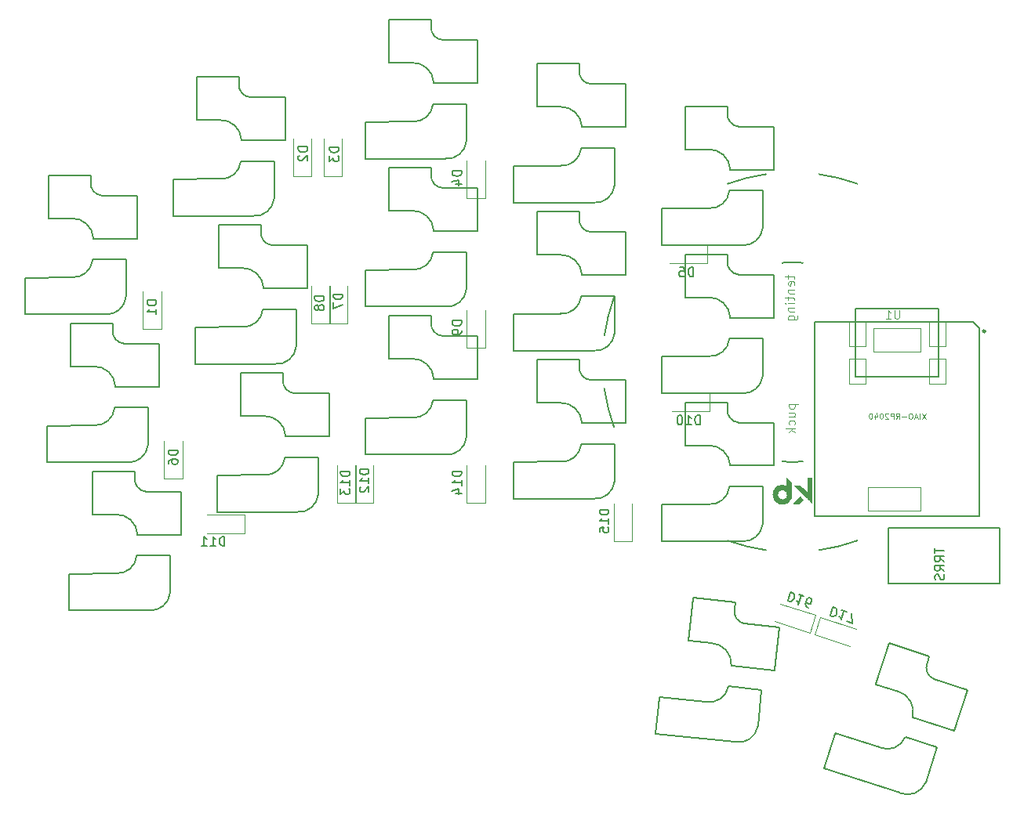
<source format=gbo>
%TF.GenerationSoftware,KiCad,Pcbnew,(6.0.7)*%
%TF.CreationDate,2022-09-23T16:11:02+09:00*%
%TF.ProjectId,selen-full_narrow,73656c65-6e2d-4667-956c-6c5f6e617272,rev?*%
%TF.SameCoordinates,Original*%
%TF.FileFunction,Legend,Bot*%
%TF.FilePolarity,Positive*%
%FSLAX46Y46*%
G04 Gerber Fmt 4.6, Leading zero omitted, Abs format (unit mm)*
G04 Created by KiCad (PCBNEW (6.0.7)) date 2022-09-23 16:11:02*
%MOMM*%
%LPD*%
G01*
G04 APERTURE LIST*
%ADD10C,0.150000*%
%ADD11C,0.100000*%
%ADD12C,0.101600*%
%ADD13C,0.076200*%
%ADD14C,0.120000*%
%ADD15C,0.200000*%
%ADD16C,0.010000*%
%ADD17C,0.127000*%
%ADD18C,0.066040*%
%ADD19C,0.254000*%
G04 APERTURE END LIST*
D10*
%TO.C,D9*%
X153900380Y-94711904D02*
X152900380Y-94711904D01*
X152900380Y-94950000D01*
X152948000Y-95092857D01*
X153043238Y-95188095D01*
X153138476Y-95235714D01*
X153328952Y-95283333D01*
X153471809Y-95283333D01*
X153662285Y-95235714D01*
X153757523Y-95188095D01*
X153852761Y-95092857D01*
X153900380Y-94950000D01*
X153900380Y-94711904D01*
X153900380Y-95759523D02*
X153900380Y-95950000D01*
X153852761Y-96045238D01*
X153805142Y-96092857D01*
X153662285Y-96188095D01*
X153471809Y-96235714D01*
X153090857Y-96235714D01*
X152995619Y-96188095D01*
X152948000Y-96140476D01*
X152900380Y-96045238D01*
X152900380Y-95854761D01*
X152948000Y-95759523D01*
X152995619Y-95711904D01*
X153090857Y-95664285D01*
X153328952Y-95664285D01*
X153424190Y-95711904D01*
X153471809Y-95759523D01*
X153519428Y-95854761D01*
X153519428Y-96045238D01*
X153471809Y-96140476D01*
X153424190Y-96188095D01*
X153328952Y-96235714D01*
%TO.C,D4*%
X153900380Y-78533904D02*
X152900380Y-78533904D01*
X152900380Y-78772000D01*
X152948000Y-78914857D01*
X153043238Y-79010095D01*
X153138476Y-79057714D01*
X153328952Y-79105333D01*
X153471809Y-79105333D01*
X153662285Y-79057714D01*
X153757523Y-79010095D01*
X153852761Y-78914857D01*
X153900380Y-78772000D01*
X153900380Y-78533904D01*
X153233714Y-79962476D02*
X153900380Y-79962476D01*
X152852761Y-79724380D02*
X153567047Y-79486285D01*
X153567047Y-80105333D01*
%TO.C,D12*%
X143902380Y-110785714D02*
X142902380Y-110785714D01*
X142902380Y-111023809D01*
X142950000Y-111166666D01*
X143045238Y-111261904D01*
X143140476Y-111309523D01*
X143330952Y-111357142D01*
X143473809Y-111357142D01*
X143664285Y-111309523D01*
X143759523Y-111261904D01*
X143854761Y-111166666D01*
X143902380Y-111023809D01*
X143902380Y-110785714D01*
X143902380Y-112309523D02*
X143902380Y-111738095D01*
X143902380Y-112023809D02*
X142902380Y-112023809D01*
X143045238Y-111928571D01*
X143140476Y-111833333D01*
X143188095Y-111738095D01*
X142997619Y-112690476D02*
X142950000Y-112738095D01*
X142902380Y-112833333D01*
X142902380Y-113071428D01*
X142950000Y-113166666D01*
X142997619Y-113214285D01*
X143092857Y-113261904D01*
X143188095Y-113261904D01*
X143330952Y-113214285D01*
X143902380Y-112642857D01*
X143902380Y-113261904D01*
%TO.C,D17*%
X194018860Y-125674378D02*
X193709843Y-126625434D01*
X193936285Y-126699010D01*
X194086865Y-126697867D01*
X194206872Y-126636720D01*
X194281591Y-126560858D01*
X194385739Y-126394420D01*
X194429885Y-126258555D01*
X194443457Y-126062686D01*
X194427598Y-125957394D01*
X194366452Y-125837387D01*
X194245302Y-125747953D01*
X194018860Y-125674378D01*
X195468089Y-126145261D02*
X194924628Y-125968680D01*
X195196358Y-126056970D02*
X194887341Y-127008027D01*
X194840910Y-126842731D01*
X194779763Y-126722724D01*
X194703901Y-126648006D01*
X195476090Y-127199323D02*
X196110128Y-127405334D01*
X196011549Y-126321842D01*
%TO.C,D15*%
X169802380Y-115135714D02*
X168802380Y-115135714D01*
X168802380Y-115373809D01*
X168850000Y-115516666D01*
X168945238Y-115611904D01*
X169040476Y-115659523D01*
X169230952Y-115707142D01*
X169373809Y-115707142D01*
X169564285Y-115659523D01*
X169659523Y-115611904D01*
X169754761Y-115516666D01*
X169802380Y-115373809D01*
X169802380Y-115135714D01*
X169802380Y-116659523D02*
X169802380Y-116088095D01*
X169802380Y-116373809D02*
X168802380Y-116373809D01*
X168945238Y-116278571D01*
X169040476Y-116183333D01*
X169088095Y-116088095D01*
X168802380Y-117564285D02*
X168802380Y-117088095D01*
X169278571Y-117040476D01*
X169230952Y-117088095D01*
X169183333Y-117183333D01*
X169183333Y-117421428D01*
X169230952Y-117516666D01*
X169278571Y-117564285D01*
X169373809Y-117611904D01*
X169611904Y-117611904D01*
X169707142Y-117564285D01*
X169754761Y-117516666D01*
X169802380Y-117421428D01*
X169802380Y-117183333D01*
X169754761Y-117088095D01*
X169707142Y-117040476D01*
%TO.C,D8*%
X139052380Y-92061904D02*
X138052380Y-92061904D01*
X138052380Y-92300000D01*
X138100000Y-92442857D01*
X138195238Y-92538095D01*
X138290476Y-92585714D01*
X138480952Y-92633333D01*
X138623809Y-92633333D01*
X138814285Y-92585714D01*
X138909523Y-92538095D01*
X139004761Y-92442857D01*
X139052380Y-92300000D01*
X139052380Y-92061904D01*
X138480952Y-93204761D02*
X138433333Y-93109523D01*
X138385714Y-93061904D01*
X138290476Y-93014285D01*
X138242857Y-93014285D01*
X138147619Y-93061904D01*
X138100000Y-93109523D01*
X138052380Y-93204761D01*
X138052380Y-93395238D01*
X138100000Y-93490476D01*
X138147619Y-93538095D01*
X138242857Y-93585714D01*
X138290476Y-93585714D01*
X138385714Y-93538095D01*
X138433333Y-93490476D01*
X138480952Y-93395238D01*
X138480952Y-93204761D01*
X138528571Y-93109523D01*
X138576190Y-93061904D01*
X138671428Y-93014285D01*
X138861904Y-93014285D01*
X138957142Y-93061904D01*
X139004761Y-93109523D01*
X139052380Y-93204761D01*
X139052380Y-93395238D01*
X139004761Y-93490476D01*
X138957142Y-93538095D01*
X138861904Y-93585714D01*
X138671428Y-93585714D01*
X138576190Y-93538095D01*
X138528571Y-93490476D01*
X138480952Y-93395238D01*
%TO.C,D11*%
X128314285Y-119052380D02*
X128314285Y-118052380D01*
X128076190Y-118052380D01*
X127933333Y-118100000D01*
X127838095Y-118195238D01*
X127790476Y-118290476D01*
X127742857Y-118480952D01*
X127742857Y-118623809D01*
X127790476Y-118814285D01*
X127838095Y-118909523D01*
X127933333Y-119004761D01*
X128076190Y-119052380D01*
X128314285Y-119052380D01*
X126790476Y-119052380D02*
X127361904Y-119052380D01*
X127076190Y-119052380D02*
X127076190Y-118052380D01*
X127171428Y-118195238D01*
X127266666Y-118290476D01*
X127361904Y-118338095D01*
X125838095Y-119052380D02*
X126409523Y-119052380D01*
X126123809Y-119052380D02*
X126123809Y-118052380D01*
X126219047Y-118195238D01*
X126314285Y-118290476D01*
X126409523Y-118338095D01*
%TO.C,D3*%
X140652380Y-75961904D02*
X139652380Y-75961904D01*
X139652380Y-76200000D01*
X139700000Y-76342857D01*
X139795238Y-76438095D01*
X139890476Y-76485714D01*
X140080952Y-76533333D01*
X140223809Y-76533333D01*
X140414285Y-76485714D01*
X140509523Y-76438095D01*
X140604761Y-76342857D01*
X140652380Y-76200000D01*
X140652380Y-75961904D01*
X139652380Y-76866666D02*
X139652380Y-77485714D01*
X140033333Y-77152380D01*
X140033333Y-77295238D01*
X140080952Y-77390476D01*
X140128571Y-77438095D01*
X140223809Y-77485714D01*
X140461904Y-77485714D01*
X140557142Y-77438095D01*
X140604761Y-77390476D01*
X140652380Y-77295238D01*
X140652380Y-77009523D01*
X140604761Y-76914285D01*
X140557142Y-76866666D01*
%TO.C,D5*%
X178938095Y-89952380D02*
X178938095Y-88952380D01*
X178700000Y-88952380D01*
X178557142Y-89000000D01*
X178461904Y-89095238D01*
X178414285Y-89190476D01*
X178366666Y-89380952D01*
X178366666Y-89523809D01*
X178414285Y-89714285D01*
X178461904Y-89809523D01*
X178557142Y-89904761D01*
X178700000Y-89952380D01*
X178938095Y-89952380D01*
X177461904Y-88952380D02*
X177938095Y-88952380D01*
X177985714Y-89428571D01*
X177938095Y-89380952D01*
X177842857Y-89333333D01*
X177604761Y-89333333D01*
X177509523Y-89380952D01*
X177461904Y-89428571D01*
X177414285Y-89523809D01*
X177414285Y-89761904D01*
X177461904Y-89857142D01*
X177509523Y-89904761D01*
X177604761Y-89952380D01*
X177842857Y-89952380D01*
X177938095Y-89904761D01*
X177985714Y-89857142D01*
%TO.C,D1*%
X120952380Y-92511904D02*
X119952380Y-92511904D01*
X119952380Y-92750000D01*
X120000000Y-92892857D01*
X120095238Y-92988095D01*
X120190476Y-93035714D01*
X120380952Y-93083333D01*
X120523809Y-93083333D01*
X120714285Y-93035714D01*
X120809523Y-92988095D01*
X120904761Y-92892857D01*
X120952380Y-92750000D01*
X120952380Y-92511904D01*
X120952380Y-94035714D02*
X120952380Y-93464285D01*
X120952380Y-93750000D02*
X119952380Y-93750000D01*
X120095238Y-93654761D01*
X120190476Y-93559523D01*
X120238095Y-93464285D01*
D11*
%TO.C,REF\u002A\u002A*%
X189181714Y-89778500D02*
X189181714Y-90159452D01*
X188848380Y-89921357D02*
X189705523Y-89921357D01*
X189800761Y-89968976D01*
X189848380Y-90064214D01*
X189848380Y-90159452D01*
X189800761Y-90873738D02*
X189848380Y-90778500D01*
X189848380Y-90588023D01*
X189800761Y-90492785D01*
X189705523Y-90445166D01*
X189324571Y-90445166D01*
X189229333Y-90492785D01*
X189181714Y-90588023D01*
X189181714Y-90778500D01*
X189229333Y-90873738D01*
X189324571Y-90921357D01*
X189419809Y-90921357D01*
X189515047Y-90445166D01*
X189181714Y-91349928D02*
X189848380Y-91349928D01*
X189276952Y-91349928D02*
X189229333Y-91397547D01*
X189181714Y-91492785D01*
X189181714Y-91635642D01*
X189229333Y-91730880D01*
X189324571Y-91778500D01*
X189848380Y-91778500D01*
X189181714Y-92111833D02*
X189181714Y-92492785D01*
X188848380Y-92254690D02*
X189705523Y-92254690D01*
X189800761Y-92302309D01*
X189848380Y-92397547D01*
X189848380Y-92492785D01*
X189848380Y-92826119D02*
X189181714Y-92826119D01*
X188848380Y-92826119D02*
X188896000Y-92778500D01*
X188943619Y-92826119D01*
X188896000Y-92873738D01*
X188848380Y-92826119D01*
X188943619Y-92826119D01*
X189181714Y-93302309D02*
X189848380Y-93302309D01*
X189276952Y-93302309D02*
X189229333Y-93349928D01*
X189181714Y-93445166D01*
X189181714Y-93588023D01*
X189229333Y-93683261D01*
X189324571Y-93730880D01*
X189848380Y-93730880D01*
X189181714Y-94635642D02*
X189991238Y-94635642D01*
X190086476Y-94588023D01*
X190134095Y-94540404D01*
X190181714Y-94445166D01*
X190181714Y-94302309D01*
X190134095Y-94207071D01*
X189800761Y-94635642D02*
X189848380Y-94540404D01*
X189848380Y-94349928D01*
X189800761Y-94254690D01*
X189753142Y-94207071D01*
X189657904Y-94159452D01*
X189372190Y-94159452D01*
X189276952Y-94207071D01*
X189229333Y-94254690D01*
X189181714Y-94349928D01*
X189181714Y-94540404D01*
X189229333Y-94635642D01*
X189245214Y-103732500D02*
X190245214Y-103732500D01*
X189292833Y-103732500D02*
X189245214Y-103827738D01*
X189245214Y-104018214D01*
X189292833Y-104113452D01*
X189340452Y-104161071D01*
X189435690Y-104208690D01*
X189721404Y-104208690D01*
X189816642Y-104161071D01*
X189864261Y-104113452D01*
X189911880Y-104018214D01*
X189911880Y-103827738D01*
X189864261Y-103732500D01*
X189245214Y-105065833D02*
X189911880Y-105065833D01*
X189245214Y-104637261D02*
X189769023Y-104637261D01*
X189864261Y-104684880D01*
X189911880Y-104780119D01*
X189911880Y-104922976D01*
X189864261Y-105018214D01*
X189816642Y-105065833D01*
X189864261Y-105970595D02*
X189911880Y-105875357D01*
X189911880Y-105684880D01*
X189864261Y-105589642D01*
X189816642Y-105542023D01*
X189721404Y-105494404D01*
X189435690Y-105494404D01*
X189340452Y-105542023D01*
X189292833Y-105589642D01*
X189245214Y-105684880D01*
X189245214Y-105875357D01*
X189292833Y-105970595D01*
X189911880Y-106399166D02*
X188911880Y-106399166D01*
X189530928Y-106494404D02*
X189911880Y-106780119D01*
X189245214Y-106780119D02*
X189626166Y-106399166D01*
D10*
%TO.C,D16*%
X189429189Y-124041536D02*
X189120172Y-124992592D01*
X189346614Y-125066168D01*
X189497194Y-125065025D01*
X189617201Y-125003878D01*
X189691920Y-124928016D01*
X189796068Y-124761578D01*
X189840214Y-124625713D01*
X189853786Y-124429844D01*
X189837927Y-124324552D01*
X189776781Y-124204545D01*
X189655631Y-124115111D01*
X189429189Y-124041536D01*
X190878418Y-124512419D02*
X190334957Y-124335838D01*
X190606687Y-124424128D02*
X190297670Y-125375185D01*
X190251239Y-125209889D01*
X190190092Y-125089882D01*
X190114230Y-125015164D01*
X191384592Y-125728347D02*
X191203438Y-125669487D01*
X191127577Y-125594768D01*
X191097003Y-125534765D01*
X191050572Y-125369469D01*
X191064144Y-125173600D01*
X191181864Y-124811293D01*
X191256583Y-124735431D01*
X191316586Y-124704858D01*
X191421878Y-124689000D01*
X191603032Y-124747860D01*
X191678894Y-124822579D01*
X191709467Y-124882582D01*
X191725325Y-124987874D01*
X191651750Y-125214316D01*
X191577031Y-125290178D01*
X191517028Y-125320751D01*
X191411736Y-125336610D01*
X191230582Y-125277749D01*
X191154720Y-125203031D01*
X191124147Y-125143027D01*
X191108289Y-125037735D01*
%TO.C,D13*%
X141852380Y-110985714D02*
X140852380Y-110985714D01*
X140852380Y-111223809D01*
X140900000Y-111366666D01*
X140995238Y-111461904D01*
X141090476Y-111509523D01*
X141280952Y-111557142D01*
X141423809Y-111557142D01*
X141614285Y-111509523D01*
X141709523Y-111461904D01*
X141804761Y-111366666D01*
X141852380Y-111223809D01*
X141852380Y-110985714D01*
X141852380Y-112509523D02*
X141852380Y-111938095D01*
X141852380Y-112223809D02*
X140852380Y-112223809D01*
X140995238Y-112128571D01*
X141090476Y-112033333D01*
X141138095Y-111938095D01*
X140852380Y-112842857D02*
X140852380Y-113461904D01*
X141233333Y-113128571D01*
X141233333Y-113271428D01*
X141280952Y-113366666D01*
X141328571Y-113414285D01*
X141423809Y-113461904D01*
X141661904Y-113461904D01*
X141757142Y-113414285D01*
X141804761Y-113366666D01*
X141852380Y-113271428D01*
X141852380Y-112985714D01*
X141804761Y-112890476D01*
X141757142Y-112842857D01*
%TO.C,D10*%
X179664285Y-105952380D02*
X179664285Y-104952380D01*
X179426190Y-104952380D01*
X179283333Y-105000000D01*
X179188095Y-105095238D01*
X179140476Y-105190476D01*
X179092857Y-105380952D01*
X179092857Y-105523809D01*
X179140476Y-105714285D01*
X179188095Y-105809523D01*
X179283333Y-105904761D01*
X179426190Y-105952380D01*
X179664285Y-105952380D01*
X178140476Y-105952380D02*
X178711904Y-105952380D01*
X178426190Y-105952380D02*
X178426190Y-104952380D01*
X178521428Y-105095238D01*
X178616666Y-105190476D01*
X178711904Y-105238095D01*
X177521428Y-104952380D02*
X177426190Y-104952380D01*
X177330952Y-105000000D01*
X177283333Y-105047619D01*
X177235714Y-105142857D01*
X177188095Y-105333333D01*
X177188095Y-105571428D01*
X177235714Y-105761904D01*
X177283333Y-105857142D01*
X177330952Y-105904761D01*
X177426190Y-105952380D01*
X177521428Y-105952380D01*
X177616666Y-105904761D01*
X177664285Y-105857142D01*
X177711904Y-105761904D01*
X177759523Y-105571428D01*
X177759523Y-105333333D01*
X177711904Y-105142857D01*
X177664285Y-105047619D01*
X177616666Y-105000000D01*
X177521428Y-104952380D01*
%TO.C,D14*%
X153900380Y-110985714D02*
X152900380Y-110985714D01*
X152900380Y-111223809D01*
X152948000Y-111366666D01*
X153043238Y-111461904D01*
X153138476Y-111509523D01*
X153328952Y-111557142D01*
X153471809Y-111557142D01*
X153662285Y-111509523D01*
X153757523Y-111461904D01*
X153852761Y-111366666D01*
X153900380Y-111223809D01*
X153900380Y-110985714D01*
X153900380Y-112509523D02*
X153900380Y-111938095D01*
X153900380Y-112223809D02*
X152900380Y-112223809D01*
X153043238Y-112128571D01*
X153138476Y-112033333D01*
X153186095Y-111938095D01*
X153233714Y-113366666D02*
X153900380Y-113366666D01*
X152852761Y-113128571D02*
X153567047Y-112890476D01*
X153567047Y-113509523D01*
%TO.C,J1*%
X205022880Y-119287595D02*
X205022880Y-119859023D01*
X206022880Y-119573309D02*
X205022880Y-119573309D01*
X206022880Y-120763785D02*
X205546690Y-120430452D01*
X206022880Y-120192357D02*
X205022880Y-120192357D01*
X205022880Y-120573309D01*
X205070500Y-120668547D01*
X205118119Y-120716166D01*
X205213357Y-120763785D01*
X205356214Y-120763785D01*
X205451452Y-120716166D01*
X205499071Y-120668547D01*
X205546690Y-120573309D01*
X205546690Y-120192357D01*
X206022880Y-121763785D02*
X205546690Y-121430452D01*
X206022880Y-121192357D02*
X205022880Y-121192357D01*
X205022880Y-121573309D01*
X205070500Y-121668547D01*
X205118119Y-121716166D01*
X205213357Y-121763785D01*
X205356214Y-121763785D01*
X205451452Y-121716166D01*
X205499071Y-121668547D01*
X205546690Y-121573309D01*
X205546690Y-121192357D01*
X205975261Y-122144738D02*
X206022880Y-122287595D01*
X206022880Y-122525690D01*
X205975261Y-122620928D01*
X205927642Y-122668547D01*
X205832404Y-122716166D01*
X205737166Y-122716166D01*
X205641928Y-122668547D01*
X205594309Y-122620928D01*
X205546690Y-122525690D01*
X205499071Y-122335214D01*
X205451452Y-122239976D01*
X205403833Y-122192357D01*
X205308595Y-122144738D01*
X205213357Y-122144738D01*
X205118119Y-122192357D01*
X205070500Y-122239976D01*
X205022880Y-122335214D01*
X205022880Y-122573309D01*
X205070500Y-122716166D01*
%TO.C,D2*%
X137277380Y-75911904D02*
X136277380Y-75911904D01*
X136277380Y-76150000D01*
X136325000Y-76292857D01*
X136420238Y-76388095D01*
X136515476Y-76435714D01*
X136705952Y-76483333D01*
X136848809Y-76483333D01*
X137039285Y-76435714D01*
X137134523Y-76388095D01*
X137229761Y-76292857D01*
X137277380Y-76150000D01*
X137277380Y-75911904D01*
X136372619Y-76864285D02*
X136325000Y-76911904D01*
X136277380Y-77007142D01*
X136277380Y-77245238D01*
X136325000Y-77340476D01*
X136372619Y-77388095D01*
X136467857Y-77435714D01*
X136563095Y-77435714D01*
X136705952Y-77388095D01*
X137277380Y-76816666D01*
X137277380Y-77435714D01*
%TO.C,D7*%
X141052380Y-91861904D02*
X140052380Y-91861904D01*
X140052380Y-92100000D01*
X140100000Y-92242857D01*
X140195238Y-92338095D01*
X140290476Y-92385714D01*
X140480952Y-92433333D01*
X140623809Y-92433333D01*
X140814285Y-92385714D01*
X140909523Y-92338095D01*
X141004761Y-92242857D01*
X141052380Y-92100000D01*
X141052380Y-91861904D01*
X140052380Y-92766666D02*
X140052380Y-93433333D01*
X141052380Y-93004761D01*
D12*
%TO.C,U1*%
X201181017Y-93581782D02*
X201181017Y-94301449D01*
X201138684Y-94386116D01*
X201096350Y-94428449D01*
X201011684Y-94470782D01*
X200842350Y-94470782D01*
X200757684Y-94428449D01*
X200715350Y-94386116D01*
X200673017Y-94301449D01*
X200673017Y-93581782D01*
X199784017Y-94470782D02*
X200292017Y-94470782D01*
X200038017Y-94470782D02*
X200038017Y-93581782D01*
X200122684Y-93708782D01*
X200207350Y-93793449D01*
X200292017Y-93835782D01*
D13*
X204025212Y-104720287D02*
X203618812Y-105329887D01*
X203618812Y-104720287D02*
X204025212Y-105329887D01*
X203386584Y-105329887D02*
X203386584Y-104720287D01*
X203125326Y-105155716D02*
X202835041Y-105155716D01*
X203183384Y-105329887D02*
X202980184Y-104720287D01*
X202776984Y-105329887D01*
X202457669Y-104720287D02*
X202341555Y-104720287D01*
X202283498Y-104749316D01*
X202225441Y-104807373D01*
X202196412Y-104923487D01*
X202196412Y-105126687D01*
X202225441Y-105242801D01*
X202283498Y-105300858D01*
X202341555Y-105329887D01*
X202457669Y-105329887D01*
X202515726Y-105300858D01*
X202573784Y-105242801D01*
X202602812Y-105126687D01*
X202602812Y-104923487D01*
X202573784Y-104807373D01*
X202515726Y-104749316D01*
X202457669Y-104720287D01*
X201935155Y-105097658D02*
X201470698Y-105097658D01*
X200832069Y-105329887D02*
X201035269Y-105039601D01*
X201180412Y-105329887D02*
X201180412Y-104720287D01*
X200948184Y-104720287D01*
X200890126Y-104749316D01*
X200861098Y-104778344D01*
X200832069Y-104836401D01*
X200832069Y-104923487D01*
X200861098Y-104981544D01*
X200890126Y-105010573D01*
X200948184Y-105039601D01*
X201180412Y-105039601D01*
X200570812Y-105329887D02*
X200570812Y-104720287D01*
X200338584Y-104720287D01*
X200280526Y-104749316D01*
X200251498Y-104778344D01*
X200222469Y-104836401D01*
X200222469Y-104923487D01*
X200251498Y-104981544D01*
X200280526Y-105010573D01*
X200338584Y-105039601D01*
X200570812Y-105039601D01*
X199990241Y-104778344D02*
X199961212Y-104749316D01*
X199903155Y-104720287D01*
X199758012Y-104720287D01*
X199699955Y-104749316D01*
X199670926Y-104778344D01*
X199641898Y-104836401D01*
X199641898Y-104894458D01*
X199670926Y-104981544D01*
X200019269Y-105329887D01*
X199641898Y-105329887D01*
X199264526Y-104720287D02*
X199206469Y-104720287D01*
X199148412Y-104749316D01*
X199119384Y-104778344D01*
X199090355Y-104836401D01*
X199061326Y-104952516D01*
X199061326Y-105097658D01*
X199090355Y-105213773D01*
X199119384Y-105271830D01*
X199148412Y-105300858D01*
X199206469Y-105329887D01*
X199264526Y-105329887D01*
X199322584Y-105300858D01*
X199351612Y-105271830D01*
X199380641Y-105213773D01*
X199409669Y-105097658D01*
X199409669Y-104952516D01*
X199380641Y-104836401D01*
X199351612Y-104778344D01*
X199322584Y-104749316D01*
X199264526Y-104720287D01*
X198538812Y-104923487D02*
X198538812Y-105329887D01*
X198683955Y-104691258D02*
X198829098Y-105126687D01*
X198451726Y-105126687D01*
X198103384Y-104720287D02*
X198045326Y-104720287D01*
X197987269Y-104749316D01*
X197958241Y-104778344D01*
X197929212Y-104836401D01*
X197900184Y-104952516D01*
X197900184Y-105097658D01*
X197929212Y-105213773D01*
X197958241Y-105271830D01*
X197987269Y-105300858D01*
X198045326Y-105329887D01*
X198103384Y-105329887D01*
X198161441Y-105300858D01*
X198190469Y-105271830D01*
X198219498Y-105213773D01*
X198248526Y-105097658D01*
X198248526Y-104952516D01*
X198219498Y-104836401D01*
X198190469Y-104778344D01*
X198161441Y-104749316D01*
X198103384Y-104720287D01*
D10*
%TO.C,D6*%
X123252380Y-108711904D02*
X122252380Y-108711904D01*
X122252380Y-108950000D01*
X122300000Y-109092857D01*
X122395238Y-109188095D01*
X122490476Y-109235714D01*
X122680952Y-109283333D01*
X122823809Y-109283333D01*
X123014285Y-109235714D01*
X123109523Y-109188095D01*
X123204761Y-109092857D01*
X123252380Y-108950000D01*
X123252380Y-108711904D01*
X122252380Y-110140476D02*
X122252380Y-109950000D01*
X122300000Y-109854761D01*
X122347619Y-109807142D01*
X122490476Y-109711904D01*
X122680952Y-109664285D01*
X123061904Y-109664285D01*
X123157142Y-109711904D01*
X123204761Y-109759523D01*
X123252380Y-109854761D01*
X123252380Y-110045238D01*
X123204761Y-110140476D01*
X123157142Y-110188095D01*
X123061904Y-110235714D01*
X122823809Y-110235714D01*
X122728571Y-110188095D01*
X122680952Y-110140476D01*
X122633333Y-110045238D01*
X122633333Y-109854761D01*
X122680952Y-109759523D01*
X122728571Y-109711904D01*
X122823809Y-109664285D01*
D14*
%TO.C,D9*%
X156448000Y-97650000D02*
X156448000Y-93600000D01*
X154448000Y-97650000D02*
X154448000Y-93600000D01*
X154448000Y-97650000D02*
X156448000Y-97650000D01*
%TO.C,D4*%
X154448000Y-81472000D02*
X154448000Y-77422000D01*
X156448000Y-81472000D02*
X156448000Y-77422000D01*
X154448000Y-81472000D02*
X156448000Y-81472000D01*
%TO.C,D12*%
X140500000Y-114400000D02*
X140500000Y-110350000D01*
X140500000Y-114400000D02*
X142500000Y-114400000D01*
X142500000Y-114400000D02*
X142500000Y-110350000D01*
%TO.C,D17*%
X192632579Y-126751072D02*
X192014545Y-128653185D01*
X192632579Y-126751072D02*
X196484358Y-128002591D01*
X192014545Y-128653185D02*
X195866324Y-129904704D01*
D10*
%TO.C,SW1*%
X106778000Y-90071500D02*
X111828000Y-90025500D01*
X115078000Y-81196500D02*
X118853000Y-81196500D01*
X109303000Y-83646500D02*
X111853000Y-83646500D01*
X109303000Y-78996500D02*
X113853000Y-78996500D01*
X113858000Y-79721500D02*
X113858000Y-79021500D01*
X114153000Y-85846500D02*
X118853000Y-85846500D01*
X106778000Y-90117500D02*
X106778000Y-94025500D01*
X117678000Y-88117500D02*
X114068000Y-88117500D01*
X117678000Y-92071500D02*
X117678000Y-88126500D01*
X109278000Y-83621500D02*
X109278000Y-79021500D01*
X118853000Y-85821500D02*
X118878000Y-81221500D01*
X106778000Y-94025500D02*
X115403000Y-94025500D01*
X111803000Y-90021500D02*
G75*
G03*
X114063000Y-88141500I190000J2070000D01*
G01*
X113858000Y-79771500D02*
G75*
G03*
X115078000Y-81191500I1320000J-100000D01*
G01*
X114148000Y-85821500D02*
G75*
G03*
X111778000Y-83651500I-2270000J-100000D01*
G01*
X115403000Y-94025500D02*
G75*
G03*
X117667000Y-92141500I190000J2074000D01*
G01*
%TO.C,SW13*%
X154441000Y-107243750D02*
X154441000Y-103298750D01*
X143541000Y-105289750D02*
X143541000Y-109197750D01*
X146041000Y-98793750D02*
X146041000Y-94193750D01*
X154441000Y-103289750D02*
X150831000Y-103289750D01*
X146066000Y-94168750D02*
X150616000Y-94168750D01*
X143541000Y-105243750D02*
X148591000Y-105197750D01*
X155616000Y-100993750D02*
X155641000Y-96393750D01*
X146066000Y-98818750D02*
X148616000Y-98818750D01*
X143541000Y-109197750D02*
X152166000Y-109197750D01*
X151841000Y-96368750D02*
X155616000Y-96368750D01*
X150621000Y-94893750D02*
X150621000Y-94193750D01*
X150916000Y-101018750D02*
X155616000Y-101018750D01*
X148566000Y-105193750D02*
G75*
G03*
X150826000Y-103313750I190000J2070000D01*
G01*
X150621000Y-94943750D02*
G75*
G03*
X151841000Y-96363750I1320000J-100000D01*
G01*
X150911000Y-100993750D02*
G75*
G03*
X148541000Y-98823750I-2270000J-100000D01*
G01*
X152166000Y-109197750D02*
G75*
G03*
X154430000Y-107313750I190000J2074000D01*
G01*
D14*
%TO.C,D15*%
X172350000Y-118550000D02*
X172350000Y-114500000D01*
X170350000Y-118550000D02*
X170350000Y-114500000D01*
X170350000Y-118550000D02*
X172350000Y-118550000D01*
%TO.C,D8*%
X141600000Y-95000000D02*
X141600000Y-90950000D01*
X139600000Y-95000000D02*
X141600000Y-95000000D01*
X139600000Y-95000000D02*
X139600000Y-90950000D01*
D10*
%TO.C,SW7*%
X136059750Y-93481000D02*
X132449750Y-93481000D01*
X127684750Y-84360000D02*
X132234750Y-84360000D01*
X137234750Y-91185000D02*
X137259750Y-86585000D01*
X127684750Y-89010000D02*
X130234750Y-89010000D01*
X136059750Y-97435000D02*
X136059750Y-93490000D01*
X132534750Y-91210000D02*
X137234750Y-91210000D01*
X125159750Y-99389000D02*
X133784750Y-99389000D01*
X133459750Y-86560000D02*
X137234750Y-86560000D01*
X127659750Y-88985000D02*
X127659750Y-84385000D01*
X125159750Y-95481000D02*
X125159750Y-99389000D01*
X132239750Y-85085000D02*
X132239750Y-84385000D01*
X125159750Y-95435000D02*
X130209750Y-95389000D01*
X130184750Y-95385000D02*
G75*
G03*
X132444750Y-93505000I190000J2070000D01*
G01*
X132239750Y-85135000D02*
G75*
G03*
X133459750Y-86555000I1320000J-100000D01*
G01*
X132529750Y-91185000D02*
G75*
G03*
X130159750Y-89015000I-2270000J-100000D01*
G01*
X133784750Y-99389000D02*
G75*
G03*
X136048750Y-97505000I190000J2074000D01*
G01*
D14*
%TO.C,D11*%
X130500000Y-117700000D02*
X126450000Y-117700000D01*
X130500000Y-117700000D02*
X130500000Y-115700000D01*
X130500000Y-115700000D02*
X126450000Y-115700000D01*
D10*
%TO.C,SW6*%
X111659750Y-99621500D02*
X111659750Y-95021500D01*
X120059750Y-108071500D02*
X120059750Y-104126500D01*
X111684750Y-99646500D02*
X114234750Y-99646500D01*
X116534750Y-101846500D02*
X121234750Y-101846500D01*
X111684750Y-94996500D02*
X116234750Y-94996500D01*
X116239750Y-95721500D02*
X116239750Y-95021500D01*
X121234750Y-101821500D02*
X121259750Y-97221500D01*
X109159750Y-106117500D02*
X109159750Y-110025500D01*
X109159750Y-106071500D02*
X114209750Y-106025500D01*
X109159750Y-110025500D02*
X117784750Y-110025500D01*
X117459750Y-97196500D02*
X121234750Y-97196500D01*
X120059750Y-104117500D02*
X116449750Y-104117500D01*
X117784750Y-110025500D02*
G75*
G03*
X120048750Y-108141500I190000J2074000D01*
G01*
X116239750Y-95771500D02*
G75*
G03*
X117459750Y-97191500I1320000J-100000D01*
G01*
X114184750Y-106021500D02*
G75*
G03*
X116444750Y-104141500I190000J2070000D01*
G01*
X116529750Y-101821500D02*
G75*
G03*
X114159750Y-99651500I-2270000J-100000D01*
G01*
%TO.C,SW11*%
X123616000Y-117821250D02*
X123641000Y-113221250D01*
X122441000Y-120117250D02*
X118831000Y-120117250D01*
X118916000Y-117846250D02*
X123616000Y-117846250D01*
X114066000Y-110996250D02*
X118616000Y-110996250D01*
X111541000Y-126025250D02*
X120166000Y-126025250D01*
X114041000Y-115621250D02*
X114041000Y-111021250D01*
X111541000Y-122071250D02*
X116591000Y-122025250D01*
X119841000Y-113196250D02*
X123616000Y-113196250D01*
X122441000Y-124071250D02*
X122441000Y-120126250D01*
X114066000Y-115646250D02*
X116616000Y-115646250D01*
X118621000Y-111721250D02*
X118621000Y-111021250D01*
X111541000Y-122117250D02*
X111541000Y-126025250D01*
X118911000Y-117821250D02*
G75*
G03*
X116541000Y-115651250I-2270000J-100000D01*
G01*
X120166000Y-126025250D02*
G75*
G03*
X122430000Y-124141250I190000J2074000D01*
G01*
X116566000Y-122021250D02*
G75*
G03*
X118826000Y-120141250I190000J2070000D01*
G01*
X118621000Y-111771250D02*
G75*
G03*
X119841000Y-113191250I1320000J-100000D01*
G01*
%TO.C,SW8*%
X146066000Y-78168750D02*
X150616000Y-78168750D01*
X150916000Y-85018750D02*
X155616000Y-85018750D01*
X143541000Y-89243750D02*
X148591000Y-89197750D01*
X143541000Y-89289750D02*
X143541000Y-93197750D01*
X151841000Y-80368750D02*
X155616000Y-80368750D01*
X154441000Y-91243750D02*
X154441000Y-87298750D01*
X150621000Y-78893750D02*
X150621000Y-78193750D01*
X155616000Y-84993750D02*
X155641000Y-80393750D01*
X143541000Y-93197750D02*
X152166000Y-93197750D01*
X146041000Y-82793750D02*
X146041000Y-78193750D01*
X154441000Y-87289750D02*
X150831000Y-87289750D01*
X146066000Y-82818750D02*
X148616000Y-82818750D01*
X152166000Y-93197750D02*
G75*
G03*
X154430000Y-91313750I190000J2074000D01*
G01*
X150621000Y-78943750D02*
G75*
G03*
X151841000Y-80363750I1320000J-100000D01*
G01*
X150911000Y-84993750D02*
G75*
G03*
X148541000Y-82823750I-2270000J-100000D01*
G01*
X148566000Y-89193750D02*
G75*
G03*
X150826000Y-87313750I190000J2070000D01*
G01*
%TO.C,SW10*%
X175540000Y-102563750D02*
X184165000Y-102563750D01*
X178040000Y-92159750D02*
X178040000Y-87559750D01*
X178065000Y-87534750D02*
X182615000Y-87534750D01*
X186440000Y-96655750D02*
X182830000Y-96655750D01*
X182620000Y-88259750D02*
X182620000Y-87559750D01*
X175540000Y-98655750D02*
X175540000Y-102563750D01*
X182915000Y-94384750D02*
X187615000Y-94384750D01*
X187615000Y-94359750D02*
X187640000Y-89759750D01*
X178065000Y-92184750D02*
X180615000Y-92184750D01*
X186440000Y-100609750D02*
X186440000Y-96664750D01*
X183840000Y-89734750D02*
X187615000Y-89734750D01*
X175540000Y-98609750D02*
X180590000Y-98563750D01*
X180565000Y-98559750D02*
G75*
G03*
X182825000Y-96679750I190000J2070000D01*
G01*
X184165000Y-102563750D02*
G75*
G03*
X186429000Y-100679750I190000J2074000D01*
G01*
X182910000Y-94359750D02*
G75*
G03*
X180540000Y-92189750I-2270000J-100000D01*
G01*
X182620000Y-88309750D02*
G75*
G03*
X183840000Y-89729750I1320000J-100000D01*
G01*
%TO.C,SW15*%
X182620000Y-104260000D02*
X182620000Y-103560000D01*
X178065000Y-108185000D02*
X180615000Y-108185000D01*
X178040000Y-108160000D02*
X178040000Y-103560000D01*
X175540000Y-114656000D02*
X175540000Y-118564000D01*
X183840000Y-105735000D02*
X187615000Y-105735000D01*
X186440000Y-112656000D02*
X182830000Y-112656000D01*
X182915000Y-110385000D02*
X187615000Y-110385000D01*
X175540000Y-118564000D02*
X184165000Y-118564000D01*
X187615000Y-110360000D02*
X187640000Y-105760000D01*
X178065000Y-103535000D02*
X182615000Y-103535000D01*
X175540000Y-114610000D02*
X180590000Y-114564000D01*
X186440000Y-116610000D02*
X186440000Y-112665000D01*
X182910000Y-110360000D02*
G75*
G03*
X180540000Y-108190000I-2270000J-100000D01*
G01*
X184165000Y-118564000D02*
G75*
G03*
X186429000Y-116680000I190000J2074000D01*
G01*
X180565000Y-114560000D02*
G75*
G03*
X182825000Y-112680000I190000J2070000D01*
G01*
X182620000Y-104310000D02*
G75*
G03*
X183840000Y-105730000I1320000J-100000D01*
G01*
%TO.C,SW3*%
X146041000Y-66793750D02*
X146041000Y-62193750D01*
X151841000Y-64368750D02*
X155616000Y-64368750D01*
X154441000Y-75243750D02*
X154441000Y-71298750D01*
X146066000Y-62168750D02*
X150616000Y-62168750D01*
X146066000Y-66818750D02*
X148616000Y-66818750D01*
X150621000Y-62893750D02*
X150621000Y-62193750D01*
X143541000Y-73243750D02*
X148591000Y-73197750D01*
X143541000Y-73289750D02*
X143541000Y-77197750D01*
X143541000Y-77197750D02*
X152166000Y-77197750D01*
X154441000Y-71289750D02*
X150831000Y-71289750D01*
X155616000Y-68993750D02*
X155641000Y-64393750D01*
X150916000Y-69018750D02*
X155616000Y-69018750D01*
X148566000Y-73193750D02*
G75*
G03*
X150826000Y-71313750I190000J2070000D01*
G01*
X152166000Y-77197750D02*
G75*
G03*
X154430000Y-75313750I190000J2074000D01*
G01*
X150621000Y-62943750D02*
G75*
G03*
X151841000Y-64363750I1320000J-100000D01*
G01*
X150911000Y-68993750D02*
G75*
G03*
X148541000Y-66823750I-2270000J-100000D01*
G01*
%TO.C,SW16*%
X186312926Y-134625297D02*
X182722702Y-134247949D01*
X174855083Y-139361572D02*
X183432835Y-140263130D01*
X175268389Y-135429233D02*
X180295533Y-135911354D01*
X187721487Y-132464696D02*
X188227181Y-127892508D01*
X175263580Y-135474981D02*
X174855083Y-139361572D01*
X183044621Y-131998275D02*
X187718873Y-132489559D01*
X183391473Y-125875993D02*
X183464643Y-125179827D01*
X184450611Y-127470437D02*
X188204931Y-127865032D01*
X178937209Y-124678837D02*
X183462284Y-125154442D01*
X185899621Y-138557637D02*
X186311985Y-134634248D01*
X178428902Y-129275888D02*
X178909733Y-124701087D01*
X178451152Y-129303364D02*
X180987183Y-129569912D01*
X183432835Y-140263130D02*
G75*
G03*
X185881364Y-138626104I405751J2042778D01*
G01*
X183042261Y-131972889D02*
G75*
G03*
X180912071Y-129567045I-2268017J137827D01*
G01*
X180271088Y-135904762D02*
G75*
G03*
X182715221Y-134271295I405333J2038800D01*
G01*
X183386247Y-125925719D02*
G75*
G03*
X184451133Y-127465465I1302316J-237430D01*
G01*
D14*
%TO.C,D3*%
X139000000Y-79100000D02*
X141000000Y-79100000D01*
X139000000Y-79100000D02*
X139000000Y-75050000D01*
X141000000Y-79100000D02*
X141000000Y-75050000D01*
%TO.C,D5*%
X180400000Y-86500000D02*
X176350000Y-86500000D01*
X180400000Y-88500000D02*
X176350000Y-88500000D01*
X180400000Y-88500000D02*
X180400000Y-86500000D01*
%TO.C,D1*%
X119500000Y-95600000D02*
X119500000Y-91550000D01*
X119500000Y-95600000D02*
X121500000Y-95600000D01*
X121500000Y-95600000D02*
X121500000Y-91550000D01*
D10*
%TO.C,SW2*%
X129858500Y-69085000D02*
X129858500Y-68385000D01*
X125303500Y-68360000D02*
X129853500Y-68360000D01*
X122778500Y-79435000D02*
X127828500Y-79389000D01*
X133678500Y-81435000D02*
X133678500Y-77490000D01*
X131078500Y-70560000D02*
X134853500Y-70560000D01*
X122778500Y-83389000D02*
X131403500Y-83389000D01*
X125303500Y-73010000D02*
X127853500Y-73010000D01*
X130153500Y-75210000D02*
X134853500Y-75210000D01*
X122778500Y-79481000D02*
X122778500Y-83389000D01*
X133678500Y-77481000D02*
X130068500Y-77481000D01*
X134853500Y-75185000D02*
X134878500Y-70585000D01*
X125278500Y-72985000D02*
X125278500Y-68385000D01*
X129858500Y-69135000D02*
G75*
G03*
X131078500Y-70555000I1320000J-100000D01*
G01*
X130148500Y-75185000D02*
G75*
G03*
X127778500Y-73015000I-2270000J-100000D01*
G01*
X127803500Y-79385000D02*
G75*
G03*
X130063500Y-77505000I190000J2070000D01*
G01*
X131403500Y-83389000D02*
G75*
G03*
X133667500Y-81505000I190000J2074000D01*
G01*
D15*
%TO.C,REF\u002A\u002A*%
X169329999Y-102057500D02*
G75*
G03*
X170363865Y-106208046I20320001J2857500D01*
G01*
X188521615Y-109935864D02*
G75*
G03*
X189650000Y-109995000I1128379J10735785D01*
G01*
X196658049Y-79913867D02*
G75*
G03*
X192507500Y-78880000I-7008049J-19286133D01*
G01*
X189650000Y-109995001D02*
G75*
G03*
X190778385Y-109935864I0J10794901D01*
G01*
X170363865Y-92191956D02*
G75*
G03*
X169330000Y-96342500I19286255J-7008074D01*
G01*
X182641955Y-118486135D02*
G75*
G03*
X186792500Y-119520000I7008045J19286135D01*
G01*
X189650000Y-88405000D02*
G75*
G03*
X188521615Y-88464136I-6J-10794921D01*
G01*
X190778385Y-88464137D02*
G75*
G03*
X189650000Y-88405000I-1128385J-10735763D01*
G01*
X186792500Y-78879999D02*
G75*
G03*
X182641954Y-79913865I2857500J-20320001D01*
G01*
X192507500Y-119520000D02*
G75*
G03*
X196658045Y-118486135I-2857506J20320019D01*
G01*
G36*
X189527717Y-113630364D02*
G01*
X189525104Y-113658759D01*
X189516235Y-113705209D01*
X189478682Y-113832369D01*
X189423516Y-113958232D01*
X189353824Y-114076414D01*
X189272693Y-114180534D01*
X189264299Y-114189700D01*
X189155987Y-114290026D01*
X189033567Y-114374023D01*
X188900394Y-114440002D01*
X188759826Y-114486277D01*
X188615218Y-114511158D01*
X188514972Y-114515641D01*
X188366551Y-114504242D01*
X188223132Y-114471989D01*
X188086896Y-114419966D01*
X187960021Y-114349252D01*
X187844688Y-114260930D01*
X187743075Y-114156081D01*
X187657363Y-114035788D01*
X187600108Y-113928869D01*
X187546963Y-113789633D01*
X187515607Y-113645069D01*
X187509103Y-113548705D01*
X188004342Y-113548705D01*
X188004624Y-113553995D01*
X188008942Y-113609298D01*
X188016299Y-113651590D01*
X188028944Y-113690198D01*
X188049125Y-113734444D01*
X188070613Y-113772771D01*
X188112098Y-113831565D01*
X188160155Y-113887021D01*
X188209478Y-113933215D01*
X188254764Y-113964219D01*
X188270931Y-113971995D01*
X188311836Y-113989355D01*
X188354833Y-114005441D01*
X188427660Y-114024729D01*
X188531361Y-114033250D01*
X188632902Y-114020456D01*
X188729688Y-113987324D01*
X188819120Y-113934831D01*
X188898601Y-113863954D01*
X188965535Y-113775671D01*
X188994189Y-113721526D01*
X189024621Y-113627507D01*
X189035193Y-113529958D01*
X189026887Y-113432010D01*
X189000685Y-113336797D01*
X188957572Y-113247450D01*
X188898529Y-113167104D01*
X188824539Y-113098890D01*
X188736587Y-113045941D01*
X188722584Y-113039655D01*
X188624238Y-113009030D01*
X188522886Y-112998848D01*
X188421982Y-113008168D01*
X188324983Y-113036046D01*
X188235347Y-113081542D01*
X188156530Y-113143712D01*
X188091988Y-113221616D01*
X188074218Y-113250145D01*
X188030566Y-113343568D01*
X188007710Y-113441460D01*
X188004342Y-113548705D01*
X187509103Y-113548705D01*
X187505316Y-113492591D01*
X187508877Y-113402921D01*
X187531558Y-113252642D01*
X187574310Y-113110673D01*
X187636120Y-112978688D01*
X187715978Y-112858363D01*
X187812872Y-112751374D01*
X187925792Y-112659394D01*
X188053725Y-112584101D01*
X188123576Y-112551462D01*
X188198714Y-112522245D01*
X188270366Y-112502753D01*
X188346849Y-112490816D01*
X188436484Y-112484264D01*
X188454296Y-112483596D01*
X188593497Y-112490034D01*
X188723880Y-112517710D01*
X188846096Y-112566814D01*
X188960793Y-112637536D01*
X188984927Y-112654738D01*
X189009773Y-112671081D01*
X189022204Y-112677395D01*
X189023112Y-112673365D01*
X189024561Y-112649558D01*
X189025888Y-112606435D01*
X189027057Y-112546360D01*
X189028033Y-112471698D01*
X189028783Y-112384812D01*
X189029272Y-112288067D01*
X189029464Y-112183827D01*
X189029612Y-111690259D01*
X189537316Y-112200285D01*
X189537229Y-112891999D01*
X189537226Y-112903735D01*
X189536965Y-113054209D01*
X189536301Y-113191481D01*
X189535257Y-113314137D01*
X189533854Y-113420766D01*
X189532115Y-113509955D01*
X189531531Y-113529958D01*
X189530062Y-113580292D01*
X189527717Y-113630364D01*
G37*
D16*
X189527717Y-113630364D02*
X189525104Y-113658759D01*
X189516235Y-113705209D01*
X189478682Y-113832369D01*
X189423516Y-113958232D01*
X189353824Y-114076414D01*
X189272693Y-114180534D01*
X189264299Y-114189700D01*
X189155987Y-114290026D01*
X189033567Y-114374023D01*
X188900394Y-114440002D01*
X188759826Y-114486277D01*
X188615218Y-114511158D01*
X188514972Y-114515641D01*
X188366551Y-114504242D01*
X188223132Y-114471989D01*
X188086896Y-114419966D01*
X187960021Y-114349252D01*
X187844688Y-114260930D01*
X187743075Y-114156081D01*
X187657363Y-114035788D01*
X187600108Y-113928869D01*
X187546963Y-113789633D01*
X187515607Y-113645069D01*
X187509103Y-113548705D01*
X188004342Y-113548705D01*
X188004624Y-113553995D01*
X188008942Y-113609298D01*
X188016299Y-113651590D01*
X188028944Y-113690198D01*
X188049125Y-113734444D01*
X188070613Y-113772771D01*
X188112098Y-113831565D01*
X188160155Y-113887021D01*
X188209478Y-113933215D01*
X188254764Y-113964219D01*
X188270931Y-113971995D01*
X188311836Y-113989355D01*
X188354833Y-114005441D01*
X188427660Y-114024729D01*
X188531361Y-114033250D01*
X188632902Y-114020456D01*
X188729688Y-113987324D01*
X188819120Y-113934831D01*
X188898601Y-113863954D01*
X188965535Y-113775671D01*
X188994189Y-113721526D01*
X189024621Y-113627507D01*
X189035193Y-113529958D01*
X189026887Y-113432010D01*
X189000685Y-113336797D01*
X188957572Y-113247450D01*
X188898529Y-113167104D01*
X188824539Y-113098890D01*
X188736587Y-113045941D01*
X188722584Y-113039655D01*
X188624238Y-113009030D01*
X188522886Y-112998848D01*
X188421982Y-113008168D01*
X188324983Y-113036046D01*
X188235347Y-113081542D01*
X188156530Y-113143712D01*
X188091988Y-113221616D01*
X188074218Y-113250145D01*
X188030566Y-113343568D01*
X188007710Y-113441460D01*
X188004342Y-113548705D01*
X187509103Y-113548705D01*
X187505316Y-113492591D01*
X187508877Y-113402921D01*
X187531558Y-113252642D01*
X187574310Y-113110673D01*
X187636120Y-112978688D01*
X187715978Y-112858363D01*
X187812872Y-112751374D01*
X187925792Y-112659394D01*
X188053725Y-112584101D01*
X188123576Y-112551462D01*
X188198714Y-112522245D01*
X188270366Y-112502753D01*
X188346849Y-112490816D01*
X188436484Y-112484264D01*
X188454296Y-112483596D01*
X188593497Y-112490034D01*
X188723880Y-112517710D01*
X188846096Y-112566814D01*
X188960793Y-112637536D01*
X188984927Y-112654738D01*
X189009773Y-112671081D01*
X189022204Y-112677395D01*
X189023112Y-112673365D01*
X189024561Y-112649558D01*
X189025888Y-112606435D01*
X189027057Y-112546360D01*
X189028033Y-112471698D01*
X189028783Y-112384812D01*
X189029272Y-112288067D01*
X189029464Y-112183827D01*
X189029612Y-111690259D01*
X189537316Y-112200285D01*
X189537229Y-112891999D01*
X189537226Y-112903735D01*
X189536965Y-113054209D01*
X189536301Y-113191481D01*
X189535257Y-113314137D01*
X189533854Y-113420766D01*
X189532115Y-113509955D01*
X189531531Y-113529958D01*
X189530062Y-113580292D01*
X189527717Y-113630364D01*
G36*
X190437184Y-113716669D02*
G01*
X190449413Y-113726717D01*
X190474895Y-113750337D01*
X190511042Y-113785050D01*
X190555266Y-113828375D01*
X190604979Y-113877830D01*
X190766014Y-114039174D01*
X190732132Y-114076989D01*
X190728955Y-114080481D01*
X190707087Y-114103690D01*
X190672741Y-114139436D01*
X190628925Y-114184616D01*
X190578642Y-114236129D01*
X190524900Y-114290872D01*
X190351550Y-114466941D01*
X189731536Y-114466941D01*
X189759837Y-114433306D01*
X189762130Y-114430615D01*
X189782798Y-114407386D01*
X189815556Y-114371546D01*
X189858416Y-114325201D01*
X189909388Y-114270458D01*
X189966484Y-114209423D01*
X190027714Y-114144204D01*
X190091089Y-114076906D01*
X190154622Y-114009636D01*
X190216321Y-113944501D01*
X190274200Y-113883607D01*
X190326267Y-113829061D01*
X190370536Y-113782969D01*
X190405015Y-113747438D01*
X190427718Y-113724575D01*
X190436653Y-113716486D01*
X190437184Y-113716669D01*
G37*
X190437184Y-113716669D02*
X190449413Y-113726717D01*
X190474895Y-113750337D01*
X190511042Y-113785050D01*
X190555266Y-113828375D01*
X190604979Y-113877830D01*
X190766014Y-114039174D01*
X190732132Y-114076989D01*
X190728955Y-114080481D01*
X190707087Y-114103690D01*
X190672741Y-114139436D01*
X190628925Y-114184616D01*
X190578642Y-114236129D01*
X190524900Y-114290872D01*
X190351550Y-114466941D01*
X189731536Y-114466941D01*
X189759837Y-114433306D01*
X189762130Y-114430615D01*
X189782798Y-114407386D01*
X189815556Y-114371546D01*
X189858416Y-114325201D01*
X189909388Y-114270458D01*
X189966484Y-114209423D01*
X190027714Y-114144204D01*
X190091089Y-114076906D01*
X190154622Y-114009636D01*
X190216321Y-113944501D01*
X190274200Y-113883607D01*
X190326267Y-113829061D01*
X190370536Y-113782969D01*
X190405015Y-113747438D01*
X190427718Y-113724575D01*
X190436653Y-113716486D01*
X190437184Y-113716669D01*
G36*
X191730952Y-114426356D02*
G01*
X191640108Y-114334080D01*
X191626327Y-114320084D01*
X191594466Y-114287731D01*
X191548519Y-114241077D01*
X191489703Y-114181359D01*
X191419236Y-114109814D01*
X191338337Y-114027677D01*
X191248222Y-113936184D01*
X191150110Y-113836573D01*
X191045218Y-113730080D01*
X190934764Y-113617940D01*
X190819965Y-113501391D01*
X190702040Y-113381668D01*
X189854816Y-112521531D01*
X190143184Y-112518438D01*
X190431552Y-112515344D01*
X191234498Y-113318044D01*
X191234498Y-111684486D01*
X191730952Y-111684486D01*
X191730952Y-114426356D01*
G37*
X191730952Y-114426356D02*
X191640108Y-114334080D01*
X191626327Y-114320084D01*
X191594466Y-114287731D01*
X191548519Y-114241077D01*
X191489703Y-114181359D01*
X191419236Y-114109814D01*
X191338337Y-114027677D01*
X191248222Y-113936184D01*
X191150110Y-113836573D01*
X191045218Y-113730080D01*
X190934764Y-113617940D01*
X190819965Y-113501391D01*
X190702040Y-113381668D01*
X189854816Y-112521531D01*
X190143184Y-112518438D01*
X190431552Y-112515344D01*
X191234498Y-113318044D01*
X191234498Y-111684486D01*
X191730952Y-111684486D01*
X191730952Y-114426356D01*
D10*
%TO.C,SW9*%
X170440500Y-96006250D02*
X170440500Y-92061250D01*
X159540500Y-94006250D02*
X164590500Y-93960250D01*
X162065500Y-87581250D02*
X164615500Y-87581250D01*
X170440500Y-92052250D02*
X166830500Y-92052250D01*
X162040500Y-87556250D02*
X162040500Y-82956250D01*
X159540500Y-94052250D02*
X159540500Y-97960250D01*
X171615500Y-89756250D02*
X171640500Y-85156250D01*
X162065500Y-82931250D02*
X166615500Y-82931250D01*
X167840500Y-85131250D02*
X171615500Y-85131250D01*
X166915500Y-89781250D02*
X171615500Y-89781250D01*
X159540500Y-97960250D02*
X168165500Y-97960250D01*
X166620500Y-83656250D02*
X166620500Y-82956250D01*
X168165500Y-97960250D02*
G75*
G03*
X170429500Y-96076250I190000J2074000D01*
G01*
X166910500Y-89756250D02*
G75*
G03*
X164540500Y-87586250I-2270000J-100000D01*
G01*
X164565500Y-93956250D02*
G75*
G03*
X166825500Y-92076250I190000J2070000D01*
G01*
X166620500Y-83706250D02*
G75*
G03*
X167840500Y-85126250I1320000J-100000D01*
G01*
%TO.C,SW5*%
X183840000Y-73734750D02*
X187615000Y-73734750D01*
X187615000Y-78359750D02*
X187640000Y-73759750D01*
X186440000Y-80655750D02*
X182830000Y-80655750D01*
X178040000Y-76159750D02*
X178040000Y-71559750D01*
X186440000Y-84609750D02*
X186440000Y-80664750D01*
X182620000Y-72259750D02*
X182620000Y-71559750D01*
X178065000Y-71534750D02*
X182615000Y-71534750D01*
X175540000Y-82609750D02*
X180590000Y-82563750D01*
X175540000Y-86563750D02*
X184165000Y-86563750D01*
X175540000Y-82655750D02*
X175540000Y-86563750D01*
X182915000Y-78384750D02*
X187615000Y-78384750D01*
X178065000Y-76184750D02*
X180615000Y-76184750D01*
X182620000Y-72309750D02*
G75*
G03*
X183840000Y-73729750I1320000J-100000D01*
G01*
X180565000Y-82559750D02*
G75*
G03*
X182825000Y-80679750I190000J2070000D01*
G01*
X184165000Y-86563750D02*
G75*
G03*
X186429000Y-84679750I190000J2074000D01*
G01*
X182910000Y-78359750D02*
G75*
G03*
X180540000Y-76189750I-2270000J-100000D01*
G01*
D14*
%TO.C,D16*%
X191541519Y-128442697D02*
X187689740Y-127191178D01*
X192159553Y-126540584D02*
X188307774Y-125289065D01*
X191541519Y-128442697D02*
X192159553Y-126540584D01*
%TO.C,D13*%
X142400000Y-114400000D02*
X142400000Y-110350000D01*
X144400000Y-114400000D02*
X144400000Y-110350000D01*
X142400000Y-114400000D02*
X144400000Y-114400000D01*
%TO.C,D10*%
X180650000Y-104500000D02*
X180650000Y-102500000D01*
X180650000Y-104500000D02*
X176600000Y-104500000D01*
X180650000Y-102500000D02*
X176600000Y-102500000D01*
D10*
%TO.C,SW17*%
X198665985Y-134009459D02*
X201091179Y-134797453D01*
X198649934Y-133977957D02*
X200071412Y-129603097D01*
X193057280Y-143100207D02*
X201260143Y-145765479D01*
X194279133Y-139339729D02*
X199096183Y-140856517D01*
X205249469Y-140849650D02*
X201816154Y-139734099D01*
X204027615Y-144610128D02*
X205246687Y-140858210D01*
X200102914Y-129587046D02*
X204430221Y-130993074D01*
X204915428Y-133463944D02*
X208505667Y-134630483D01*
X204210939Y-131684135D02*
X204427251Y-131018395D01*
X207076463Y-139029120D02*
X208521718Y-134661985D01*
X202598772Y-137600516D02*
X207068738Y-139052896D01*
X194264919Y-139383478D02*
X193057280Y-143100207D01*
X204195488Y-131731688D02*
G75*
G03*
X204916973Y-133459189I1224493J-503008D01*
G01*
X199073643Y-140844987D02*
G75*
G03*
X201803983Y-139755379I820366J1909974D01*
G01*
X201260143Y-145765479D02*
G75*
G03*
X203995523Y-144673303I821602J1913778D01*
G01*
X202601742Y-137575195D02*
G75*
G03*
X201018305Y-134779032I-2189800J606363D01*
G01*
%TO.C,SW12*%
X130041000Y-104985000D02*
X130041000Y-100385000D01*
X138441000Y-113435000D02*
X138441000Y-109490000D01*
X127541000Y-115389000D02*
X136166000Y-115389000D01*
X127541000Y-111481000D02*
X127541000Y-115389000D01*
X139616000Y-107185000D02*
X139641000Y-102585000D01*
X127541000Y-111435000D02*
X132591000Y-111389000D01*
X134916000Y-107210000D02*
X139616000Y-107210000D01*
X138441000Y-109481000D02*
X134831000Y-109481000D01*
X134621000Y-101085000D02*
X134621000Y-100385000D01*
X135841000Y-102560000D02*
X139616000Y-102560000D01*
X130066000Y-100360000D02*
X134616000Y-100360000D01*
X130066000Y-105010000D02*
X132616000Y-105010000D01*
X134911000Y-107185000D02*
G75*
G03*
X132541000Y-105015000I-2270000J-100000D01*
G01*
X132566000Y-111385000D02*
G75*
G03*
X134826000Y-109505000I190000J2070000D01*
G01*
X134621000Y-101135000D02*
G75*
G03*
X135841000Y-102555000I1320000J-100000D01*
G01*
X136166000Y-115389000D02*
G75*
G03*
X138430000Y-113505000I190000J2074000D01*
G01*
D14*
%TO.C,D14*%
X154448000Y-114400000D02*
X156448000Y-114400000D01*
X154448000Y-114400000D02*
X154448000Y-110350000D01*
X156448000Y-114400000D02*
X156448000Y-110350000D01*
D10*
%TO.C,J1*%
X199984000Y-117125000D02*
X211984000Y-117125000D01*
X199984000Y-123125000D02*
X199984000Y-117125000D01*
X211984000Y-123125000D02*
X199984000Y-123125000D01*
X211984000Y-117125000D02*
X211984000Y-123125000D01*
D14*
%TO.C,D2*%
X137700000Y-79100000D02*
X137700000Y-75050000D01*
X135700000Y-79100000D02*
X135700000Y-75050000D01*
X135700000Y-79100000D02*
X137700000Y-79100000D01*
D10*
%TO.C,SW14*%
X162040500Y-103556250D02*
X162040500Y-98956250D01*
X166915500Y-105781250D02*
X171615500Y-105781250D01*
X162065500Y-98931250D02*
X166615500Y-98931250D01*
X171615500Y-105756250D02*
X171640500Y-101156250D01*
X170440500Y-108052250D02*
X166830500Y-108052250D01*
X167840500Y-101131250D02*
X171615500Y-101131250D01*
X159540500Y-110052250D02*
X159540500Y-113960250D01*
X170440500Y-112006250D02*
X170440500Y-108061250D01*
X159540500Y-110006250D02*
X164590500Y-109960250D01*
X162065500Y-103581250D02*
X164615500Y-103581250D01*
X159540500Y-113960250D02*
X168165500Y-113960250D01*
X166620500Y-99656250D02*
X166620500Y-98956250D01*
X168165500Y-113960250D02*
G75*
G03*
X170429500Y-112076250I190000J2074000D01*
G01*
X166620500Y-99706250D02*
G75*
G03*
X167840500Y-101126250I1320000J-100000D01*
G01*
X164565500Y-109956250D02*
G75*
G03*
X166825500Y-108076250I190000J2070000D01*
G01*
X166910500Y-105756250D02*
G75*
G03*
X164540500Y-103586250I-2270000J-100000D01*
G01*
D14*
%TO.C,D7*%
X139700000Y-95000000D02*
X139700000Y-90950000D01*
X137700000Y-95000000D02*
X139700000Y-95000000D01*
X137700000Y-95000000D02*
X137700000Y-90950000D01*
D10*
%TO.C,SW4*%
X166915500Y-73781250D02*
X171615500Y-73781250D01*
X159540500Y-78052250D02*
X159540500Y-81960250D01*
X166620500Y-67656250D02*
X166620500Y-66956250D01*
X162040500Y-71556250D02*
X162040500Y-66956250D01*
X159540500Y-81960250D02*
X168165500Y-81960250D01*
X167840500Y-69131250D02*
X171615500Y-69131250D01*
X171615500Y-73756250D02*
X171640500Y-69156250D01*
X170440500Y-76052250D02*
X166830500Y-76052250D01*
X162065500Y-66931250D02*
X166615500Y-66931250D01*
X170440500Y-80006250D02*
X170440500Y-76061250D01*
X159540500Y-78006250D02*
X164590500Y-77960250D01*
X162065500Y-71581250D02*
X164615500Y-71581250D01*
X168165500Y-81960250D02*
G75*
G03*
X170429500Y-80076250I190000J2074000D01*
G01*
X164565500Y-77956250D02*
G75*
G03*
X166825500Y-76076250I190000J2070000D01*
G01*
X166620500Y-67706250D02*
G75*
G03*
X167840500Y-69126250I1320000J-100000D01*
G01*
X166910500Y-73756250D02*
G75*
G03*
X164540500Y-71586250I-2270000J-100000D01*
G01*
D17*
%TO.C,U1*%
X209838184Y-115849116D02*
X192040404Y-115849116D01*
X205443984Y-100779296D02*
X205443984Y-93425996D01*
X209838184Y-95521496D02*
X209838184Y-115849116D01*
D18*
X203488184Y-115214116D02*
X197773184Y-115214116D01*
X206155184Y-97434116D02*
X204377184Y-97434116D01*
X203488184Y-98069116D02*
X198408184Y-98069116D01*
X197519184Y-97434116D02*
X195741184Y-97434116D01*
X195741184Y-101500656D02*
X195741184Y-98831116D01*
X203488184Y-95529116D02*
X198408184Y-95529116D01*
X203488184Y-98069116D02*
X203488184Y-95529116D01*
D17*
X209167624Y-94850936D02*
X209838184Y-95521496D01*
D18*
X197773184Y-115214116D02*
X197773184Y-112674116D01*
X206155184Y-94767116D02*
X204377184Y-94767116D01*
X203488184Y-115214116D02*
X203488184Y-112674116D01*
X203488184Y-112674116D02*
X197773184Y-112674116D01*
X197519184Y-98831116D02*
X195741184Y-98831116D01*
X204377184Y-97434116D02*
X204377184Y-94767116D01*
X195741184Y-97434116D02*
X195741184Y-94767116D01*
X206155184Y-97434116D02*
X206155184Y-94767116D01*
D17*
X196444764Y-100779296D02*
X205443984Y-100779296D01*
D18*
X197519184Y-94767116D02*
X195741184Y-94767116D01*
X206155184Y-101500656D02*
X204377184Y-101500656D01*
X206155184Y-98831116D02*
X204377184Y-98831116D01*
D17*
X205438904Y-93425996D02*
X196444764Y-93425996D01*
D18*
X198408184Y-98069116D02*
X198408184Y-95529116D01*
X197519184Y-101500656D02*
X195741184Y-101500656D01*
X197519184Y-97434116D02*
X197519184Y-94767116D01*
X197519184Y-101500656D02*
X197519184Y-98831116D01*
X204377184Y-101500656D02*
X204377184Y-98831116D01*
D17*
X192040404Y-115849116D02*
X192040404Y-94850936D01*
X196444764Y-93425996D02*
X196444764Y-100779296D01*
X192040404Y-94850936D02*
X209167624Y-94850936D01*
D18*
X206155184Y-101500656D02*
X206155184Y-98831116D01*
D19*
X210465184Y-95849116D02*
G75*
G03*
X210465184Y-95849116I-127000J0D01*
G01*
D14*
%TO.C,D6*%
X121800000Y-111800000D02*
X121800000Y-107750000D01*
X121800000Y-111800000D02*
X123800000Y-111800000D01*
X123800000Y-111800000D02*
X123800000Y-107750000D01*
%TD*%
M02*

</source>
